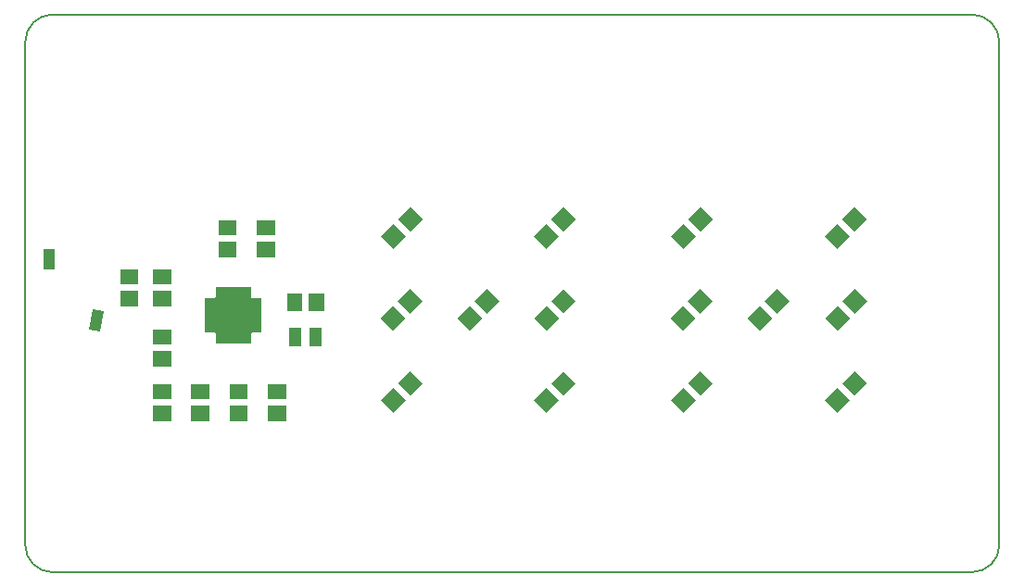
<source format=gbr>
%TF.GenerationSoftware,KiCad,Pcbnew,5.0.1*%
%TF.CreationDate,2019-02-20T00:34:26-06:00*%
%TF.ProjectId,Layout,4C61796F75742E6B696361645F706362,rev?*%
%TF.SameCoordinates,Original*%
%TF.FileFunction,Soldermask,Top*%
%TF.FilePolarity,Negative*%
%FSLAX46Y46*%
G04 Gerber Fmt 4.6, Leading zero omitted, Abs format (unit mm)*
G04 Created by KiCad (PCBNEW 5.0.1) date Wed 20 Feb 2019 12:34:26 AM CST*
%MOMM*%
%LPD*%
G01*
G04 APERTURE LIST*
%ADD10C,0.150000*%
%ADD11C,0.100000*%
G04 APERTURE END LIST*
D10*
X112000000Y-122000000D02*
X112000000Y-76000000D01*
X198500000Y-124500000D02*
X114500000Y-124500000D01*
X201000000Y-76000000D02*
X201000000Y-122000000D01*
X114500000Y-73500000D02*
X198500000Y-73500000D01*
X201000000Y-122000000D02*
G75*
G02X198500000Y-124500000I-2500000J0D01*
G01*
X114500000Y-124500000D02*
G75*
G02X112000000Y-122000000I0J2500000D01*
G01*
X112000000Y-76000000D02*
G75*
G02X114500000Y-73500000I2500000J0D01*
G01*
X198500000Y-73500000D02*
G75*
G02X201000000Y-76000000I0J-2500000D01*
G01*
D11*
G36*
X128825000Y-110700000D02*
X127175000Y-110700000D01*
X127175000Y-109300000D01*
X128825000Y-109300000D01*
X128825000Y-110700000D01*
X128825000Y-110700000D01*
G37*
G36*
X125325000Y-110700000D02*
X123675000Y-110700000D01*
X123675000Y-109300000D01*
X125325000Y-109300000D01*
X125325000Y-110700000D01*
X125325000Y-110700000D01*
G37*
G36*
X135825000Y-110700000D02*
X134175000Y-110700000D01*
X134175000Y-109300000D01*
X135825000Y-109300000D01*
X135825000Y-110700000D01*
X135825000Y-110700000D01*
G37*
G36*
X132325000Y-110700000D02*
X130675000Y-110700000D01*
X130675000Y-109300000D01*
X132325000Y-109300000D01*
X132325000Y-110700000D01*
X132325000Y-110700000D01*
G37*
G36*
X173253556Y-108777817D02*
X172122184Y-109909189D01*
X170990812Y-108777817D01*
X172122184Y-107646445D01*
X173253556Y-108777817D01*
X173253556Y-108777817D01*
G37*
G36*
X187353555Y-108777817D02*
X186222183Y-109909189D01*
X185090811Y-108777817D01*
X186222183Y-107646445D01*
X187353555Y-108777817D01*
X187353555Y-108777817D01*
G37*
G36*
X146753556Y-108777817D02*
X145622184Y-109909189D01*
X144490812Y-108777817D01*
X145622184Y-107646445D01*
X146753556Y-108777817D01*
X146753556Y-108777817D01*
G37*
G36*
X160753556Y-108777817D02*
X159622184Y-109909189D01*
X158490812Y-108777817D01*
X159622184Y-107646445D01*
X160753556Y-108777817D01*
X160753556Y-108777817D01*
G37*
G36*
X135825000Y-108700000D02*
X134175000Y-108700000D01*
X134175000Y-107300000D01*
X135825000Y-107300000D01*
X135825000Y-108700000D01*
X135825000Y-108700000D01*
G37*
G36*
X132325000Y-108700000D02*
X130675000Y-108700000D01*
X130675000Y-107300000D01*
X132325000Y-107300000D01*
X132325000Y-108700000D01*
X132325000Y-108700000D01*
G37*
G36*
X125325000Y-108700000D02*
X123675000Y-108700000D01*
X123675000Y-107300000D01*
X125325000Y-107300000D01*
X125325000Y-108700000D01*
X125325000Y-108700000D01*
G37*
G36*
X128825000Y-108700000D02*
X127175000Y-108700000D01*
X127175000Y-107300000D01*
X128825000Y-107300000D01*
X128825000Y-108700000D01*
X128825000Y-108700000D01*
G37*
G36*
X188909189Y-107222183D02*
X187777817Y-108353555D01*
X186646445Y-107222183D01*
X187777817Y-106090811D01*
X188909189Y-107222183D01*
X188909189Y-107222183D01*
G37*
G36*
X148309190Y-107222183D02*
X147177818Y-108353555D01*
X146046446Y-107222183D01*
X147177818Y-106090811D01*
X148309190Y-107222183D01*
X148309190Y-107222183D01*
G37*
G36*
X162309190Y-107222183D02*
X161177818Y-108353555D01*
X160046446Y-107222183D01*
X161177818Y-106090811D01*
X162309190Y-107222183D01*
X162309190Y-107222183D01*
G37*
G36*
X174809190Y-107222183D02*
X173677818Y-108353555D01*
X172546446Y-107222183D01*
X173677818Y-106090811D01*
X174809190Y-107222183D01*
X174809190Y-107222183D01*
G37*
G36*
X125325000Y-105700000D02*
X123675000Y-105700000D01*
X123675000Y-104300000D01*
X125325000Y-104300000D01*
X125325000Y-105700000D01*
X125325000Y-105700000D01*
G37*
G36*
X137200000Y-103820000D02*
X136100000Y-103820000D01*
X136100000Y-102120000D01*
X137200000Y-102120000D01*
X137200000Y-103820000D01*
X137200000Y-103820000D01*
G37*
G36*
X139100000Y-103820000D02*
X138000000Y-103820000D01*
X138000000Y-102120000D01*
X139100000Y-102120000D01*
X139100000Y-103820000D01*
X139100000Y-103820000D01*
G37*
G36*
X125325000Y-103700000D02*
X123675000Y-103700000D01*
X123675000Y-102300000D01*
X125325000Y-102300000D01*
X125325000Y-103700000D01*
X125325000Y-103700000D01*
G37*
G36*
X132600000Y-99285000D02*
X132602402Y-99309386D01*
X132609515Y-99332835D01*
X132621066Y-99354446D01*
X132636612Y-99373388D01*
X132655554Y-99388934D01*
X132677165Y-99400485D01*
X132700614Y-99407598D01*
X132725000Y-99410000D01*
X133575000Y-99410000D01*
X133575000Y-102610000D01*
X132725000Y-102610000D01*
X132700614Y-102612402D01*
X132677165Y-102619515D01*
X132655554Y-102631066D01*
X132636612Y-102646612D01*
X132621066Y-102665554D01*
X132609515Y-102687165D01*
X132602402Y-102710614D01*
X132600000Y-102735000D01*
X132600000Y-103585000D01*
X129400000Y-103585000D01*
X129400000Y-102735000D01*
X129397598Y-102710614D01*
X129390485Y-102687165D01*
X129378934Y-102665554D01*
X129363388Y-102646612D01*
X129344446Y-102631066D01*
X129322835Y-102619515D01*
X129299386Y-102612402D01*
X129275000Y-102610000D01*
X128425000Y-102610000D01*
X128425000Y-99410000D01*
X129275000Y-99410000D01*
X129299386Y-99407598D01*
X129322835Y-99400485D01*
X129344446Y-99388934D01*
X129363388Y-99373388D01*
X129378934Y-99354446D01*
X129390485Y-99332835D01*
X129397598Y-99309386D01*
X129400000Y-99285000D01*
X129400000Y-98435000D01*
X132600000Y-98435000D01*
X132600000Y-99285000D01*
X132600000Y-99285000D01*
G37*
G36*
X119194226Y-100622044D02*
X118860126Y-102516814D01*
X117845774Y-102337956D01*
X118179874Y-100443186D01*
X119194226Y-100622044D01*
X119194226Y-100622044D01*
G37*
G36*
X146753556Y-101277817D02*
X145622184Y-102409189D01*
X144490812Y-101277817D01*
X145622184Y-100146445D01*
X146753556Y-101277817D01*
X146753556Y-101277817D01*
G37*
G36*
X153753556Y-101277817D02*
X152622184Y-102409189D01*
X151490812Y-101277817D01*
X152622184Y-100146445D01*
X153753556Y-101277817D01*
X153753556Y-101277817D01*
G37*
G36*
X160753556Y-101277817D02*
X159622184Y-102409189D01*
X158490812Y-101277817D01*
X159622184Y-100146445D01*
X160753556Y-101277817D01*
X160753556Y-101277817D01*
G37*
G36*
X180253556Y-101277817D02*
X179122184Y-102409189D01*
X177990812Y-101277817D01*
X179122184Y-100146445D01*
X180253556Y-101277817D01*
X180253556Y-101277817D01*
G37*
G36*
X187353555Y-101277817D02*
X186222183Y-102409189D01*
X185090811Y-101277817D01*
X186222183Y-100146445D01*
X187353555Y-101277817D01*
X187353555Y-101277817D01*
G37*
G36*
X173253556Y-101277817D02*
X172122184Y-102409189D01*
X170990812Y-101277817D01*
X172122184Y-100146445D01*
X173253556Y-101277817D01*
X173253556Y-101277817D01*
G37*
G36*
X148309190Y-99722183D02*
X147177818Y-100853555D01*
X146046446Y-99722183D01*
X147177818Y-98590811D01*
X148309190Y-99722183D01*
X148309190Y-99722183D01*
G37*
G36*
X188909189Y-99722183D02*
X187777817Y-100853555D01*
X186646445Y-99722183D01*
X187777817Y-98590811D01*
X188909189Y-99722183D01*
X188909189Y-99722183D01*
G37*
G36*
X181809190Y-99722183D02*
X180677818Y-100853555D01*
X179546446Y-99722183D01*
X180677818Y-98590811D01*
X181809190Y-99722183D01*
X181809190Y-99722183D01*
G37*
G36*
X162309190Y-99722183D02*
X161177818Y-100853555D01*
X160046446Y-99722183D01*
X161177818Y-98590811D01*
X162309190Y-99722183D01*
X162309190Y-99722183D01*
G37*
G36*
X155309190Y-99722183D02*
X154177818Y-100853555D01*
X153046446Y-99722183D01*
X154177818Y-98590811D01*
X155309190Y-99722183D01*
X155309190Y-99722183D01*
G37*
G36*
X174809190Y-99722183D02*
X173677818Y-100853555D01*
X172546446Y-99722183D01*
X173677818Y-98590811D01*
X174809190Y-99722183D01*
X174809190Y-99722183D01*
G37*
G36*
X137300000Y-100635000D02*
X135900000Y-100635000D01*
X135900000Y-98985000D01*
X137300000Y-98985000D01*
X137300000Y-100635000D01*
X137300000Y-100635000D01*
G37*
G36*
X139300000Y-100635000D02*
X137900000Y-100635000D01*
X137900000Y-98985000D01*
X139300000Y-98985000D01*
X139300000Y-100635000D01*
X139300000Y-100635000D01*
G37*
G36*
X122325000Y-100200000D02*
X120675000Y-100200000D01*
X120675000Y-98800000D01*
X122325000Y-98800000D01*
X122325000Y-100200000D01*
X122325000Y-100200000D01*
G37*
G36*
X125325000Y-100200000D02*
X123675000Y-100200000D01*
X123675000Y-98800000D01*
X125325000Y-98800000D01*
X125325000Y-100200000D01*
X125325000Y-100200000D01*
G37*
G36*
X125325000Y-98200000D02*
X123675000Y-98200000D01*
X123675000Y-96800000D01*
X125325000Y-96800000D01*
X125325000Y-98200000D01*
X125325000Y-98200000D01*
G37*
G36*
X122325000Y-98200000D02*
X120675000Y-98200000D01*
X120675000Y-96800000D01*
X122325000Y-96800000D01*
X122325000Y-98200000D01*
X122325000Y-98200000D01*
G37*
G36*
X114685000Y-96842000D02*
X113655000Y-96842000D01*
X113655000Y-94918000D01*
X114685000Y-94918000D01*
X114685000Y-96842000D01*
X114685000Y-96842000D01*
G37*
G36*
X134825000Y-95700000D02*
X133175000Y-95700000D01*
X133175000Y-94300000D01*
X134825000Y-94300000D01*
X134825000Y-95700000D01*
X134825000Y-95700000D01*
G37*
G36*
X131325000Y-95700000D02*
X129675000Y-95700000D01*
X129675000Y-94300000D01*
X131325000Y-94300000D01*
X131325000Y-95700000D01*
X131325000Y-95700000D01*
G37*
G36*
X187353555Y-93777817D02*
X186222183Y-94909189D01*
X185090811Y-93777817D01*
X186222183Y-92646445D01*
X187353555Y-93777817D01*
X187353555Y-93777817D01*
G37*
G36*
X173253556Y-93777817D02*
X172122184Y-94909189D01*
X170990812Y-93777817D01*
X172122184Y-92646445D01*
X173253556Y-93777817D01*
X173253556Y-93777817D01*
G37*
G36*
X160753556Y-93777817D02*
X159622184Y-94909189D01*
X158490812Y-93777817D01*
X159622184Y-92646445D01*
X160753556Y-93777817D01*
X160753556Y-93777817D01*
G37*
G36*
X146753556Y-93777817D02*
X145622184Y-94909189D01*
X144490812Y-93777817D01*
X145622184Y-92646445D01*
X146753556Y-93777817D01*
X146753556Y-93777817D01*
G37*
G36*
X134825000Y-93700000D02*
X133175000Y-93700000D01*
X133175000Y-92300000D01*
X134825000Y-92300000D01*
X134825000Y-93700000D01*
X134825000Y-93700000D01*
G37*
G36*
X131325000Y-93700000D02*
X129675000Y-93700000D01*
X129675000Y-92300000D01*
X131325000Y-92300000D01*
X131325000Y-93700000D01*
X131325000Y-93700000D01*
G37*
G36*
X148309190Y-92222183D02*
X147177818Y-93353555D01*
X146046446Y-92222183D01*
X147177818Y-91090811D01*
X148309190Y-92222183D01*
X148309190Y-92222183D01*
G37*
G36*
X162309190Y-92222183D02*
X161177818Y-93353555D01*
X160046446Y-92222183D01*
X161177818Y-91090811D01*
X162309190Y-92222183D01*
X162309190Y-92222183D01*
G37*
G36*
X174809190Y-92222183D02*
X173677818Y-93353555D01*
X172546446Y-92222183D01*
X173677818Y-91090811D01*
X174809190Y-92222183D01*
X174809190Y-92222183D01*
G37*
G36*
X188909189Y-92222183D02*
X187777817Y-93353555D01*
X186646445Y-92222183D01*
X187777817Y-91090811D01*
X188909189Y-92222183D01*
X188909189Y-92222183D01*
G37*
M02*

</source>
